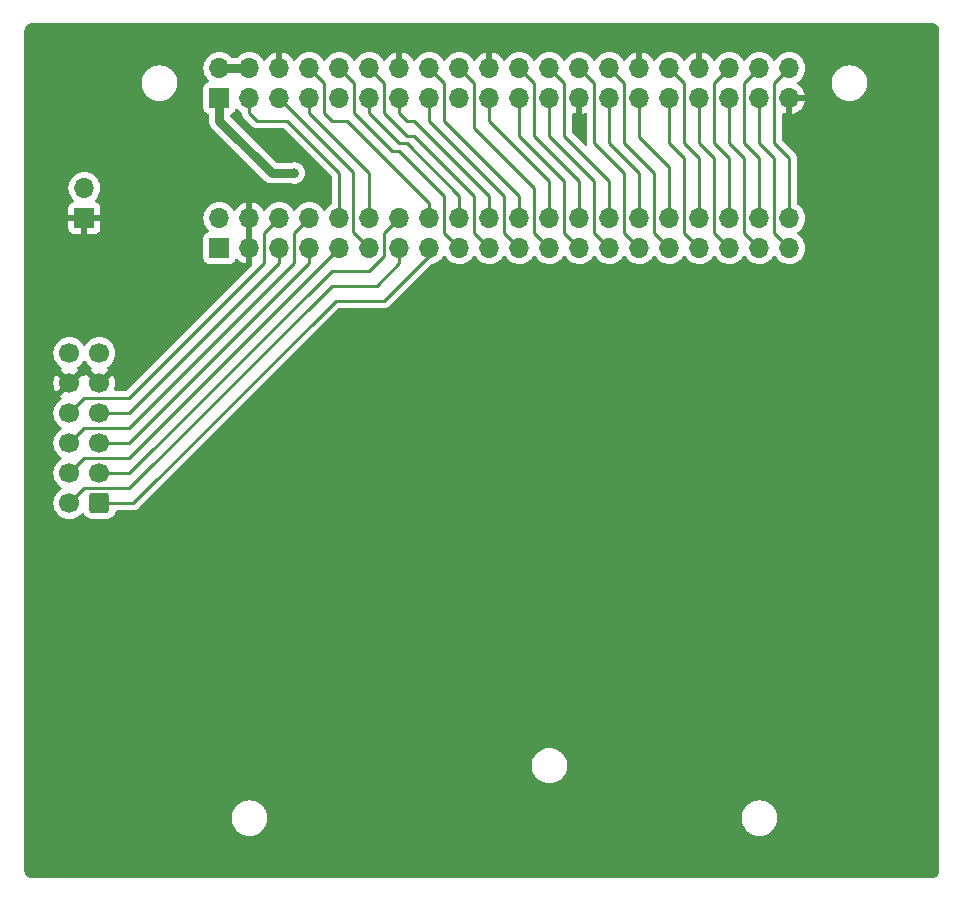
<source format=gbl>
G04 #@! TF.GenerationSoftware,KiCad,Pcbnew,7.0.11-7.0.11~ubuntu20.04.1*
G04 #@! TF.CreationDate,2024-08-17T18:13:06+02:00*
G04 #@! TF.ProjectId,kicad-kria-pi4-ext,6b696361-642d-46b7-9269-612d7069342d,1.0*
G04 #@! TF.SameCoordinates,Original*
G04 #@! TF.FileFunction,Copper,L2,Bot*
G04 #@! TF.FilePolarity,Positive*
%FSLAX46Y46*%
G04 Gerber Fmt 4.6, Leading zero omitted, Abs format (unit mm)*
G04 Created by KiCad (PCBNEW 7.0.11-7.0.11~ubuntu20.04.1) date 2024-08-17 18:13:06*
%MOMM*%
%LPD*%
G01*
G04 APERTURE LIST*
G04 Aperture macros list*
%AMRoundRect*
0 Rectangle with rounded corners*
0 $1 Rounding radius*
0 $2 $3 $4 $5 $6 $7 $8 $9 X,Y pos of 4 corners*
0 Add a 4 corners polygon primitive as box body*
4,1,4,$2,$3,$4,$5,$6,$7,$8,$9,$2,$3,0*
0 Add four circle primitives for the rounded corners*
1,1,$1+$1,$2,$3*
1,1,$1+$1,$4,$5*
1,1,$1+$1,$6,$7*
1,1,$1+$1,$8,$9*
0 Add four rect primitives between the rounded corners*
20,1,$1+$1,$2,$3,$4,$5,0*
20,1,$1+$1,$4,$5,$6,$7,0*
20,1,$1+$1,$6,$7,$8,$9,0*
20,1,$1+$1,$8,$9,$2,$3,0*%
G04 Aperture macros list end*
G04 #@! TA.AperFunction,ComponentPad*
%ADD10R,1.700000X1.700000*%
G04 #@! TD*
G04 #@! TA.AperFunction,ComponentPad*
%ADD11O,1.700000X1.700000*%
G04 #@! TD*
G04 #@! TA.AperFunction,ComponentPad*
%ADD12RoundRect,0.250000X0.600000X0.600000X-0.600000X0.600000X-0.600000X-0.600000X0.600000X-0.600000X0*%
G04 #@! TD*
G04 #@! TA.AperFunction,ComponentPad*
%ADD13C,1.700000*%
G04 #@! TD*
G04 #@! TA.AperFunction,ViaPad*
%ADD14C,0.800000*%
G04 #@! TD*
G04 #@! TA.AperFunction,Conductor*
%ADD15C,0.250000*%
G04 #@! TD*
G04 #@! TA.AperFunction,Conductor*
%ADD16C,0.750000*%
G04 #@! TD*
G04 APERTURE END LIST*
D10*
X90170000Y-60955000D03*
D11*
X90170000Y-58415000D03*
D10*
X101600000Y-63500000D03*
D11*
X101600000Y-60960000D03*
X104140000Y-63500000D03*
X104140000Y-60960000D03*
X106680000Y-63500000D03*
X106680000Y-60960000D03*
X109220000Y-63500000D03*
X109220000Y-60960000D03*
X111760000Y-63500000D03*
X111760000Y-60960000D03*
X114300000Y-63500000D03*
X114300000Y-60960000D03*
X116840000Y-63500000D03*
X116840000Y-60960000D03*
X119380000Y-63500000D03*
X119380000Y-60960000D03*
X121920000Y-63500000D03*
X121920000Y-60960000D03*
X124460000Y-63500000D03*
X124460000Y-60960000D03*
X127000000Y-63500000D03*
X127000000Y-60960000D03*
X129540000Y-63500000D03*
X129540000Y-60960000D03*
X132080000Y-63500000D03*
X132080000Y-60960000D03*
X134620000Y-63500000D03*
X134620000Y-60960000D03*
X137160000Y-63500000D03*
X137160000Y-60960000D03*
X139700000Y-63500000D03*
X139700000Y-60960000D03*
X142240000Y-63500000D03*
X142240000Y-60960000D03*
X144780000Y-63500000D03*
X144780000Y-60960000D03*
X147320000Y-63500000D03*
X147320000Y-60960000D03*
X149860000Y-63500000D03*
X149860000Y-60960000D03*
D12*
X91440000Y-85090000D03*
D13*
X88900000Y-85090000D03*
X91440000Y-82550000D03*
X88900000Y-82550000D03*
X91440000Y-80010000D03*
X88900000Y-80010000D03*
X91440000Y-77470000D03*
X88900000Y-77470000D03*
X91440000Y-74930000D03*
X88900000Y-74930000D03*
X91440000Y-72390000D03*
X88900000Y-72390000D03*
D10*
X101600000Y-50800000D03*
D11*
X101600000Y-48260000D03*
X104140000Y-50800000D03*
X104140000Y-48260000D03*
X106680000Y-50800000D03*
X106680000Y-48260000D03*
X109220000Y-50800000D03*
X109220000Y-48260000D03*
X111760000Y-50800000D03*
X111760000Y-48260000D03*
X114300000Y-50800000D03*
X114300000Y-48260000D03*
X116840000Y-50800000D03*
X116840000Y-48260000D03*
X119380000Y-50800000D03*
X119380000Y-48260000D03*
X121920000Y-50800000D03*
X121920000Y-48260000D03*
X124460000Y-50800000D03*
X124460000Y-48260000D03*
X127000000Y-50800000D03*
X127000000Y-48260000D03*
X129540000Y-50800000D03*
X129540000Y-48260000D03*
X132080000Y-50800000D03*
X132080000Y-48260000D03*
X134620000Y-50800000D03*
X134620000Y-48260000D03*
X137160000Y-50800000D03*
X137160000Y-48260000D03*
X139700000Y-50800000D03*
X139700000Y-48260000D03*
X142240000Y-50800000D03*
X142240000Y-48260000D03*
X144780000Y-50800000D03*
X144780000Y-48260000D03*
X147320000Y-50800000D03*
X147320000Y-48260000D03*
X149860000Y-50800000D03*
X149860000Y-48260000D03*
D14*
X97155000Y-61595000D03*
X107950000Y-57150000D03*
D15*
X119380000Y-63500000D02*
X119380000Y-64135000D01*
X115570000Y-67945000D02*
X111443198Y-67945000D01*
X119380000Y-64135000D02*
X115570000Y-67945000D01*
X111443198Y-67945000D02*
X94298198Y-85090000D01*
X94298198Y-85090000D02*
X91440000Y-85090000D01*
X116840000Y-60960000D02*
X115570000Y-62230000D01*
X115570000Y-62230000D02*
X115570000Y-64135000D01*
X115570000Y-64135000D02*
X114300000Y-65405000D01*
X114300000Y-65405000D02*
X111125000Y-65405000D01*
X111125000Y-65405000D02*
X93980000Y-82550000D01*
X93980000Y-82550000D02*
X91440000Y-82550000D01*
X116840000Y-63500000D02*
X116840000Y-64770000D01*
X90170000Y-83820000D02*
X88900000Y-85090000D01*
X116840000Y-64770000D02*
X114935000Y-66675000D01*
X114935000Y-66675000D02*
X111125000Y-66675000D01*
X111125000Y-66675000D02*
X93980000Y-83820000D01*
X93980000Y-83820000D02*
X90170000Y-83820000D01*
X111760000Y-63500000D02*
X93980000Y-81280000D01*
X93980000Y-81280000D02*
X90170000Y-81280000D01*
X90170000Y-81280000D02*
X88900000Y-82550000D01*
X109220000Y-48260000D02*
X110490000Y-49530000D01*
X110490000Y-49530000D02*
X110490000Y-52070000D01*
X110490000Y-52070000D02*
X111125000Y-52705000D01*
X111125000Y-52705000D02*
X112395000Y-52705000D01*
X112395000Y-52705000D02*
X119380000Y-59690000D01*
X119380000Y-59690000D02*
X119380000Y-60960000D01*
X109855000Y-52705000D02*
X109220000Y-52070000D01*
X114300000Y-60960000D02*
X114300000Y-57150000D01*
X114300000Y-57150000D02*
X109855000Y-52705000D01*
X114300000Y-63500000D02*
X112935000Y-62135000D01*
X112935000Y-62135000D02*
X112935000Y-57055000D01*
X112935000Y-57055000D02*
X106680000Y-50800000D01*
X104140000Y-50800000D02*
X104140000Y-52070000D01*
X104140000Y-52070000D02*
X104775000Y-52705000D01*
X104775000Y-52705000D02*
X107315000Y-52705000D01*
X107315000Y-52705000D02*
X111760000Y-57150000D01*
X111760000Y-57150000D02*
X111760000Y-60960000D01*
D16*
X101600000Y-48260000D02*
X104140000Y-48260000D01*
X106045000Y-57150000D02*
X101600000Y-52705000D01*
X101600000Y-52705000D02*
X101600000Y-50800000D01*
X107950000Y-57150000D02*
X106045000Y-57150000D01*
D15*
X109220000Y-52070000D02*
X109220000Y-50800000D01*
X120650000Y-62230000D02*
X120650000Y-59055000D01*
X113030000Y-52071396D02*
X113030000Y-49530000D01*
X121920000Y-63500000D02*
X120650000Y-62230000D01*
X116203604Y-55245000D02*
X113030000Y-52071396D01*
X120650000Y-59055000D02*
X116840000Y-55245000D01*
X113030000Y-49530000D02*
X111760000Y-48260000D01*
X116840000Y-55245000D02*
X116203604Y-55245000D01*
X114300000Y-50800000D02*
X114300000Y-52070000D01*
X114300000Y-52070000D02*
X116840000Y-54610000D01*
X121920000Y-59055000D02*
X121920000Y-60960000D01*
X116840000Y-54610000D02*
X117475000Y-54610000D01*
X117475000Y-54610000D02*
X121920000Y-59055000D01*
X123190000Y-62230000D02*
X123190000Y-59055000D01*
X123190000Y-59055000D02*
X118110000Y-53975000D01*
X117475000Y-53975000D02*
X115570000Y-52070000D01*
X115570000Y-49530000D02*
X114300000Y-48260000D01*
X118110000Y-53975000D02*
X117475000Y-53975000D01*
X115570000Y-52070000D02*
X115570000Y-49530000D01*
X124460000Y-63500000D02*
X123190000Y-62230000D01*
X117475000Y-52705000D02*
X118110000Y-52705000D01*
X124460000Y-59055000D02*
X124460000Y-60960000D01*
X116840000Y-52070000D02*
X117475000Y-52705000D01*
X118110000Y-52705000D02*
X124460000Y-59055000D01*
X116840000Y-50800000D02*
X116840000Y-52070000D01*
X125730000Y-59055000D02*
X119380000Y-52705000D01*
X127000000Y-63500000D02*
X125730000Y-62230000D01*
X125730000Y-62230000D02*
X125730000Y-59055000D01*
X119380000Y-52705000D02*
X119380000Y-50800000D01*
X127000000Y-59055000D02*
X127000000Y-60960000D01*
X120650000Y-49530000D02*
X120650000Y-52705000D01*
X120650000Y-52705000D02*
X127000000Y-59055000D01*
X119380000Y-48260000D02*
X120650000Y-49530000D01*
X128270000Y-62230000D02*
X129540000Y-63500000D01*
X128270000Y-58420000D02*
X128270000Y-62230000D01*
X123190000Y-49530000D02*
X123190000Y-53340000D01*
X123190000Y-53340000D02*
X128270000Y-58420000D01*
X121920000Y-48260000D02*
X123190000Y-49530000D01*
X129540000Y-57785000D02*
X124460000Y-52705000D01*
X124460000Y-52705000D02*
X124460000Y-50800000D01*
X129540000Y-60960000D02*
X129540000Y-57785000D01*
X132080000Y-63500000D02*
X130810000Y-62230000D01*
X130810000Y-57785000D02*
X127000000Y-53975000D01*
X127000000Y-53975000D02*
X127000000Y-50800000D01*
X130810000Y-62230000D02*
X130810000Y-57785000D01*
X128270000Y-53975000D02*
X132080000Y-57785000D01*
X128270000Y-49530000D02*
X128270000Y-53975000D01*
X132080000Y-57785000D02*
X132080000Y-60960000D01*
X127000000Y-48260000D02*
X128270000Y-49530000D01*
X134620000Y-63500000D02*
X133350000Y-62230000D01*
X129540000Y-53975000D02*
X129540000Y-50800000D01*
X133350000Y-57785000D02*
X129540000Y-53975000D01*
X133350000Y-62230000D02*
X133350000Y-57785000D01*
X129540000Y-48260000D02*
X130810000Y-49530000D01*
X130810000Y-49530000D02*
X130810000Y-53975000D01*
X130810000Y-53975000D02*
X134620000Y-57785000D01*
X134620000Y-57785000D02*
X134620000Y-60960000D01*
X135890000Y-57150000D02*
X133350000Y-54610000D01*
X137160000Y-63500000D02*
X135890000Y-62230000D01*
X133350000Y-49530000D02*
X132080000Y-48260000D01*
X135890000Y-62230000D02*
X135890000Y-57150000D01*
X133350000Y-54610000D02*
X133350000Y-49530000D01*
X137160000Y-57150000D02*
X137160000Y-60960000D01*
X134620000Y-50800000D02*
X134620000Y-54610000D01*
X134620000Y-54610000D02*
X137160000Y-57150000D01*
X138430000Y-62230000D02*
X138430000Y-57150000D01*
X139700000Y-63500000D02*
X138430000Y-62230000D01*
X135890000Y-54610000D02*
X135890000Y-49530000D01*
X138430000Y-57150000D02*
X135890000Y-54610000D01*
X135890000Y-49530000D02*
X134620000Y-48260000D01*
X139700000Y-56642000D02*
X139700000Y-60960000D01*
X137160000Y-50800000D02*
X137160000Y-54102000D01*
X137160000Y-54102000D02*
X139700000Y-56642000D01*
X140970000Y-62230000D02*
X140970000Y-55880000D01*
X139700000Y-54610000D02*
X139700000Y-50800000D01*
X140970000Y-55880000D02*
X139700000Y-54610000D01*
X142240000Y-63500000D02*
X140970000Y-62230000D01*
X140970000Y-54610000D02*
X142240000Y-55880000D01*
X140970000Y-49530000D02*
X140970000Y-54610000D01*
X139700000Y-48260000D02*
X140970000Y-49530000D01*
X142240000Y-55880000D02*
X142240000Y-60960000D01*
X143510000Y-62230000D02*
X143510000Y-55880000D01*
X142240000Y-54610000D02*
X142240000Y-50800000D01*
X144780000Y-63500000D02*
X143510000Y-62230000D01*
X143510000Y-55880000D02*
X142240000Y-54610000D01*
X144780000Y-54610000D02*
X144780000Y-50800000D01*
X146050000Y-55880000D02*
X144780000Y-54610000D01*
X147320000Y-63500000D02*
X146050000Y-62230000D01*
X146050000Y-62230000D02*
X146050000Y-55880000D01*
X143510000Y-49530000D02*
X143510000Y-54610000D01*
X144780000Y-55880000D02*
X144780000Y-60960000D01*
X143510000Y-54610000D02*
X144780000Y-55880000D01*
X144780000Y-48260000D02*
X143510000Y-49530000D01*
X147320000Y-54610000D02*
X147320000Y-50800000D01*
X148590000Y-62230000D02*
X148590000Y-55880000D01*
X149860000Y-63500000D02*
X148590000Y-62230000D01*
X148590000Y-55880000D02*
X147320000Y-54610000D01*
X147320000Y-48260000D02*
X146050000Y-49530000D01*
X147320000Y-55880000D02*
X147320000Y-60960000D01*
X146050000Y-54610000D02*
X147320000Y-55880000D01*
X146050000Y-49530000D02*
X146050000Y-54610000D01*
X149860000Y-55880000D02*
X149860000Y-60960000D01*
X148590000Y-54610000D02*
X149860000Y-55880000D01*
X149860000Y-48260000D02*
X148590000Y-49530000D01*
X148590000Y-49530000D02*
X148590000Y-54610000D01*
X106680000Y-64770000D02*
X93980000Y-77470000D01*
X93980000Y-77470000D02*
X91440000Y-77470000D01*
X106680000Y-63500000D02*
X106680000Y-64770000D01*
X105410000Y-64770000D02*
X93980000Y-76200000D01*
X105410000Y-62230000D02*
X105410000Y-64770000D01*
X106680000Y-60960000D02*
X105410000Y-62230000D01*
X93980000Y-76200000D02*
X90170000Y-76200000D01*
X90170000Y-76200000D02*
X88900000Y-77470000D01*
X109220000Y-64770000D02*
X109220000Y-63500000D01*
X93980000Y-80010000D02*
X109220000Y-64770000D01*
X91440000Y-80010000D02*
X93980000Y-80010000D01*
X90170000Y-78740000D02*
X93980000Y-78740000D01*
X93980000Y-78740000D02*
X107950000Y-64770000D01*
X107950000Y-64770000D02*
X107950000Y-62230000D01*
X107950000Y-62230000D02*
X109220000Y-60960000D01*
X88900000Y-80010000D02*
X90170000Y-78740000D01*
G04 #@! TA.AperFunction,Conductor*
G36*
X90254855Y-73056546D02*
G01*
X90271575Y-73075842D01*
X90401500Y-73261395D01*
X90401505Y-73261401D01*
X90568599Y-73428495D01*
X90754594Y-73558730D01*
X90798218Y-73613307D01*
X90805411Y-73682806D01*
X90773889Y-73745160D01*
X90754593Y-73761880D01*
X90678626Y-73815072D01*
X90678625Y-73815072D01*
X91307466Y-74443913D01*
X91297685Y-74445320D01*
X91166900Y-74505048D01*
X91058239Y-74599202D01*
X90980507Y-74720156D01*
X90956923Y-74800476D01*
X90325072Y-74168625D01*
X90325072Y-74168626D01*
X90271574Y-74245030D01*
X90216998Y-74288655D01*
X90147499Y-74295849D01*
X90085144Y-74264326D01*
X90068424Y-74245030D01*
X90014925Y-74168626D01*
X90014925Y-74168625D01*
X89383076Y-74800475D01*
X89359493Y-74720156D01*
X89281761Y-74599202D01*
X89173100Y-74505048D01*
X89042315Y-74445320D01*
X89032533Y-74443913D01*
X89661373Y-73815073D01*
X89661373Y-73815072D01*
X89585405Y-73761880D01*
X89541780Y-73707304D01*
X89534586Y-73637805D01*
X89566108Y-73575451D01*
X89585399Y-73558734D01*
X89771401Y-73428495D01*
X89938495Y-73261401D01*
X90068425Y-73075842D01*
X90123002Y-73032217D01*
X90192500Y-73025023D01*
X90254855Y-73056546D01*
G37*
G04 #@! TD.AperFunction*
G04 #@! TA.AperFunction,Conductor*
G36*
X104390000Y-63064498D02*
G01*
X104282315Y-63015320D01*
X104175763Y-63000000D01*
X104104237Y-63000000D01*
X103997685Y-63015320D01*
X103890000Y-63064498D01*
X103890000Y-61395501D01*
X103997685Y-61444680D01*
X104104237Y-61460000D01*
X104175763Y-61460000D01*
X104282315Y-61444680D01*
X104390000Y-61395501D01*
X104390000Y-63064498D01*
G37*
G04 #@! TD.AperFunction*
G04 #@! TA.AperFunction,Conductor*
G36*
X132330000Y-52130633D02*
G01*
X132543483Y-52073433D01*
X132543486Y-52073432D01*
X132548086Y-52071287D01*
X132617163Y-52060790D01*
X132680949Y-52089304D01*
X132719193Y-52147778D01*
X132724500Y-52183665D01*
X132724500Y-54527255D01*
X132722775Y-54542872D01*
X132723061Y-54542899D01*
X132722326Y-54550665D01*
X132724439Y-54617872D01*
X132724500Y-54621767D01*
X132724500Y-54649357D01*
X132725003Y-54653335D01*
X132725918Y-54664967D01*
X132727157Y-54704368D01*
X132709589Y-54771993D01*
X132658249Y-54819385D01*
X132589437Y-54831497D01*
X132525001Y-54804484D01*
X132515537Y-54795946D01*
X131471819Y-53752228D01*
X131438334Y-53690905D01*
X131435500Y-53664547D01*
X131435500Y-52183665D01*
X131455185Y-52116626D01*
X131507989Y-52070871D01*
X131577147Y-52060927D01*
X131611914Y-52071287D01*
X131616513Y-52073432D01*
X131616516Y-52073433D01*
X131830000Y-52130634D01*
X131830000Y-51235501D01*
X131937685Y-51284680D01*
X132044237Y-51300000D01*
X132115763Y-51300000D01*
X132222315Y-51284680D01*
X132330000Y-51235501D01*
X132330000Y-52130633D01*
G37*
G04 #@! TD.AperFunction*
G04 #@! TA.AperFunction,Conductor*
G36*
X161931912Y-44451278D02*
G01*
X161950299Y-44453350D01*
X161952404Y-44453607D01*
X162063499Y-44468233D01*
X162088249Y-44474126D01*
X162130803Y-44489017D01*
X162137255Y-44491480D01*
X162210533Y-44521833D01*
X162229028Y-44531387D01*
X162271975Y-44558372D01*
X162281481Y-44564985D01*
X162340274Y-44610098D01*
X162352469Y-44620793D01*
X162389205Y-44657529D01*
X162399900Y-44669724D01*
X162445013Y-44728517D01*
X162451630Y-44738029D01*
X162478607Y-44780962D01*
X162488172Y-44799478D01*
X162518510Y-44872722D01*
X162520990Y-44879219D01*
X162535869Y-44921740D01*
X162541767Y-44946510D01*
X162556381Y-45057517D01*
X162556661Y-45059801D01*
X162558720Y-45078085D01*
X162559500Y-45091959D01*
X162559500Y-116198039D01*
X162558721Y-116211915D01*
X162557239Y-116225065D01*
X162556662Y-116230186D01*
X162556381Y-116232481D01*
X162541767Y-116343488D01*
X162535869Y-116368258D01*
X162520990Y-116410779D01*
X162518510Y-116417276D01*
X162488172Y-116490520D01*
X162478604Y-116509042D01*
X162451630Y-116551969D01*
X162445013Y-116561481D01*
X162399900Y-116620274D01*
X162389205Y-116632469D01*
X162352469Y-116669205D01*
X162340274Y-116679900D01*
X162281481Y-116725013D01*
X162271969Y-116731630D01*
X162229042Y-116758604D01*
X162210520Y-116768172D01*
X162137276Y-116798510D01*
X162130779Y-116800990D01*
X162088258Y-116815869D01*
X162063488Y-116821767D01*
X161952481Y-116836381D01*
X161950187Y-116836662D01*
X161947503Y-116836964D01*
X161931914Y-116838720D01*
X161918040Y-116839500D01*
X85731960Y-116839500D01*
X85718083Y-116838720D01*
X85703203Y-116837044D01*
X85699813Y-116836662D01*
X85697517Y-116836381D01*
X85586510Y-116821767D01*
X85561740Y-116815869D01*
X85519219Y-116800990D01*
X85512722Y-116798510D01*
X85462748Y-116777810D01*
X85439475Y-116768170D01*
X85420962Y-116758607D01*
X85378029Y-116731630D01*
X85368517Y-116725013D01*
X85309724Y-116679900D01*
X85297529Y-116669205D01*
X85260793Y-116632469D01*
X85250098Y-116620274D01*
X85204985Y-116561481D01*
X85198368Y-116551969D01*
X85171387Y-116509028D01*
X85161833Y-116490533D01*
X85131480Y-116417255D01*
X85129017Y-116410803D01*
X85114126Y-116368249D01*
X85108233Y-116343499D01*
X85093607Y-116232404D01*
X85093350Y-116230299D01*
X85091278Y-116211912D01*
X85090500Y-116198037D01*
X85090500Y-111884334D01*
X102639500Y-111884334D01*
X102680429Y-112129616D01*
X102761169Y-112364802D01*
X102761172Y-112364811D01*
X102879524Y-112583506D01*
X102879526Y-112583509D01*
X103032262Y-112779744D01*
X103191744Y-112926557D01*
X103215217Y-112948166D01*
X103423393Y-113084173D01*
X103651118Y-113184063D01*
X103892175Y-113245107D01*
X103892179Y-113245108D01*
X103892181Y-113245108D01*
X103892186Y-113245109D01*
X104045589Y-113257819D01*
X104077933Y-113260500D01*
X104077937Y-113260500D01*
X104202063Y-113260500D01*
X104202067Y-113260500D01*
X104264677Y-113255311D01*
X104387813Y-113245109D01*
X104387816Y-113245108D01*
X104387821Y-113245108D01*
X104628881Y-113184063D01*
X104856607Y-113084173D01*
X105064785Y-112948164D01*
X105247738Y-112779744D01*
X105400474Y-112583509D01*
X105518828Y-112364810D01*
X105599571Y-112129614D01*
X105640500Y-111884335D01*
X105640500Y-111884334D01*
X145819500Y-111884334D01*
X145860429Y-112129616D01*
X145941169Y-112364802D01*
X145941172Y-112364811D01*
X146059524Y-112583506D01*
X146059526Y-112583509D01*
X146212262Y-112779744D01*
X146371744Y-112926557D01*
X146395217Y-112948166D01*
X146603393Y-113084173D01*
X146831118Y-113184063D01*
X147072175Y-113245107D01*
X147072179Y-113245108D01*
X147072181Y-113245108D01*
X147072186Y-113245109D01*
X147225589Y-113257819D01*
X147257933Y-113260500D01*
X147257937Y-113260500D01*
X147382063Y-113260500D01*
X147382067Y-113260500D01*
X147444677Y-113255311D01*
X147567813Y-113245109D01*
X147567816Y-113245108D01*
X147567821Y-113245108D01*
X147808881Y-113184063D01*
X148036607Y-113084173D01*
X148244785Y-112948164D01*
X148427738Y-112779744D01*
X148580474Y-112583509D01*
X148698828Y-112364810D01*
X148779571Y-112129614D01*
X148820500Y-111884335D01*
X148820500Y-111635665D01*
X148779571Y-111390386D01*
X148698828Y-111155190D01*
X148580474Y-110936491D01*
X148427738Y-110740256D01*
X148244785Y-110571836D01*
X148244782Y-110571833D01*
X148036606Y-110435826D01*
X147808881Y-110335936D01*
X147567824Y-110274892D01*
X147567813Y-110274890D01*
X147382077Y-110259500D01*
X147382067Y-110259500D01*
X147257933Y-110259500D01*
X147257922Y-110259500D01*
X147072186Y-110274890D01*
X147072175Y-110274892D01*
X146831118Y-110335936D01*
X146603393Y-110435826D01*
X146395217Y-110571833D01*
X146212261Y-110740257D01*
X146059524Y-110936493D01*
X145941172Y-111155188D01*
X145941169Y-111155197D01*
X145860429Y-111390383D01*
X145819500Y-111635665D01*
X145819500Y-111884334D01*
X105640500Y-111884334D01*
X105640500Y-111635665D01*
X105599571Y-111390386D01*
X105518828Y-111155190D01*
X105400474Y-110936491D01*
X105247738Y-110740256D01*
X105064785Y-110571836D01*
X105064782Y-110571833D01*
X104856606Y-110435826D01*
X104628881Y-110335936D01*
X104387824Y-110274892D01*
X104387813Y-110274890D01*
X104202077Y-110259500D01*
X104202067Y-110259500D01*
X104077933Y-110259500D01*
X104077922Y-110259500D01*
X103892186Y-110274890D01*
X103892175Y-110274892D01*
X103651118Y-110335936D01*
X103423393Y-110435826D01*
X103215217Y-110571833D01*
X103032261Y-110740257D01*
X102879524Y-110936493D01*
X102761172Y-111155188D01*
X102761169Y-111155197D01*
X102680429Y-111390383D01*
X102639500Y-111635665D01*
X102639500Y-111884334D01*
X85090500Y-111884334D01*
X85090500Y-107439334D01*
X128039500Y-107439334D01*
X128080429Y-107684616D01*
X128161169Y-107919802D01*
X128161172Y-107919811D01*
X128279524Y-108138506D01*
X128279526Y-108138509D01*
X128432262Y-108334744D01*
X128591744Y-108481557D01*
X128615217Y-108503166D01*
X128823393Y-108639173D01*
X129051118Y-108739063D01*
X129292175Y-108800107D01*
X129292179Y-108800108D01*
X129292181Y-108800108D01*
X129292186Y-108800109D01*
X129445589Y-108812819D01*
X129477933Y-108815500D01*
X129477937Y-108815500D01*
X129602063Y-108815500D01*
X129602067Y-108815500D01*
X129664677Y-108810311D01*
X129787813Y-108800109D01*
X129787816Y-108800108D01*
X129787821Y-108800108D01*
X130028881Y-108739063D01*
X130256607Y-108639173D01*
X130464785Y-108503164D01*
X130647738Y-108334744D01*
X130800474Y-108138509D01*
X130918828Y-107919810D01*
X130999571Y-107684614D01*
X131040500Y-107439335D01*
X131040500Y-107190665D01*
X130999571Y-106945386D01*
X130918828Y-106710190D01*
X130800474Y-106491491D01*
X130647738Y-106295256D01*
X130464785Y-106126836D01*
X130464782Y-106126833D01*
X130256606Y-105990826D01*
X130028881Y-105890936D01*
X129787824Y-105829892D01*
X129787813Y-105829890D01*
X129602077Y-105814500D01*
X129602067Y-105814500D01*
X129477933Y-105814500D01*
X129477922Y-105814500D01*
X129292186Y-105829890D01*
X129292175Y-105829892D01*
X129051118Y-105890936D01*
X128823393Y-105990826D01*
X128615217Y-106126833D01*
X128432261Y-106295257D01*
X128279524Y-106491493D01*
X128161172Y-106710188D01*
X128161169Y-106710197D01*
X128080429Y-106945383D01*
X128039500Y-107190665D01*
X128039500Y-107439334D01*
X85090500Y-107439334D01*
X85090500Y-85090000D01*
X87544341Y-85090000D01*
X87564936Y-85325403D01*
X87564938Y-85325413D01*
X87626094Y-85553655D01*
X87626096Y-85553659D01*
X87626097Y-85553663D01*
X87702234Y-85716939D01*
X87725965Y-85767830D01*
X87725967Y-85767834D01*
X87832670Y-85920220D01*
X87861505Y-85961401D01*
X88028599Y-86128495D01*
X88071675Y-86158657D01*
X88222165Y-86264032D01*
X88222167Y-86264033D01*
X88222170Y-86264035D01*
X88436337Y-86363903D01*
X88664592Y-86425063D01*
X88841034Y-86440500D01*
X88899999Y-86445659D01*
X88900000Y-86445659D01*
X88900001Y-86445659D01*
X88958966Y-86440500D01*
X89135408Y-86425063D01*
X89363663Y-86363903D01*
X89577830Y-86264035D01*
X89771401Y-86128495D01*
X89938495Y-85961401D01*
X89938504Y-85961388D01*
X89939636Y-85960040D01*
X89940293Y-85959602D01*
X89942323Y-85957573D01*
X89942730Y-85957980D01*
X89997805Y-85921334D01*
X90067666Y-85920220D01*
X90127038Y-85957053D01*
X90152335Y-86000733D01*
X90155186Y-86009334D01*
X90247288Y-86158656D01*
X90371344Y-86282712D01*
X90520666Y-86374814D01*
X90687203Y-86429999D01*
X90789991Y-86440500D01*
X92090008Y-86440499D01*
X92192797Y-86429999D01*
X92359334Y-86374814D01*
X92508656Y-86282712D01*
X92632712Y-86158656D01*
X92724814Y-86009334D01*
X92779999Y-85842797D01*
X92781623Y-85826898D01*
X92808018Y-85762207D01*
X92865198Y-85722055D01*
X92904981Y-85715500D01*
X94215455Y-85715500D01*
X94231075Y-85717224D01*
X94231102Y-85716939D01*
X94238858Y-85717671D01*
X94238865Y-85717673D01*
X94306071Y-85715561D01*
X94309966Y-85715500D01*
X94337544Y-85715500D01*
X94337548Y-85715500D01*
X94341522Y-85714997D01*
X94353161Y-85714080D01*
X94396825Y-85712709D01*
X94416067Y-85707117D01*
X94435110Y-85703174D01*
X94454990Y-85700664D01*
X94495599Y-85684585D01*
X94506642Y-85680803D01*
X94548588Y-85668618D01*
X94565827Y-85658422D01*
X94583301Y-85649862D01*
X94601925Y-85642488D01*
X94601925Y-85642487D01*
X94601930Y-85642486D01*
X94637281Y-85616800D01*
X94647012Y-85610408D01*
X94684618Y-85588170D01*
X94698787Y-85573999D01*
X94713577Y-85561368D01*
X94729785Y-85549594D01*
X94757636Y-85515926D01*
X94765477Y-85507309D01*
X111665969Y-68606819D01*
X111727292Y-68573334D01*
X111753650Y-68570500D01*
X115487257Y-68570500D01*
X115502877Y-68572224D01*
X115502904Y-68571939D01*
X115510660Y-68572671D01*
X115510667Y-68572673D01*
X115577873Y-68570561D01*
X115581768Y-68570500D01*
X115609346Y-68570500D01*
X115609350Y-68570500D01*
X115613324Y-68569997D01*
X115624963Y-68569080D01*
X115668627Y-68567709D01*
X115687869Y-68562117D01*
X115706912Y-68558174D01*
X115726792Y-68555664D01*
X115767401Y-68539585D01*
X115778444Y-68535803D01*
X115820390Y-68523618D01*
X115837629Y-68513422D01*
X115855103Y-68504862D01*
X115873727Y-68497488D01*
X115873727Y-68497487D01*
X115873732Y-68497486D01*
X115909083Y-68471800D01*
X115918814Y-68465408D01*
X115956420Y-68443170D01*
X115970589Y-68428999D01*
X115985379Y-68416368D01*
X116001587Y-68404594D01*
X116029438Y-68370926D01*
X116037279Y-68362309D01*
X119527736Y-64871852D01*
X119589057Y-64838369D01*
X119604591Y-64836009D01*
X119615408Y-64835063D01*
X119843663Y-64773903D01*
X120057830Y-64674035D01*
X120251401Y-64538495D01*
X120418495Y-64371401D01*
X120548426Y-64185841D01*
X120603002Y-64142217D01*
X120672500Y-64135023D01*
X120734855Y-64166546D01*
X120751575Y-64185842D01*
X120881500Y-64371395D01*
X120881505Y-64371401D01*
X121048599Y-64538495D01*
X121145384Y-64606265D01*
X121242165Y-64674032D01*
X121242167Y-64674033D01*
X121242170Y-64674035D01*
X121456337Y-64773903D01*
X121456343Y-64773904D01*
X121456344Y-64773905D01*
X121511285Y-64788626D01*
X121684592Y-64835063D01*
X121861034Y-64850500D01*
X121919999Y-64855659D01*
X121920000Y-64855659D01*
X121920001Y-64855659D01*
X121959234Y-64852226D01*
X122155408Y-64835063D01*
X122383663Y-64773903D01*
X122597830Y-64674035D01*
X122791401Y-64538495D01*
X122958495Y-64371401D01*
X123088426Y-64185841D01*
X123143002Y-64142217D01*
X123212500Y-64135023D01*
X123274855Y-64166546D01*
X123291575Y-64185842D01*
X123421500Y-64371395D01*
X123421505Y-64371401D01*
X123588599Y-64538495D01*
X123685384Y-64606265D01*
X123782165Y-64674032D01*
X123782167Y-64674033D01*
X123782170Y-64674035D01*
X123996337Y-64773903D01*
X123996343Y-64773904D01*
X123996344Y-64773905D01*
X124051285Y-64788626D01*
X124224592Y-64835063D01*
X124401034Y-64850500D01*
X124459999Y-64855659D01*
X124460000Y-64855659D01*
X124460001Y-64855659D01*
X124499234Y-64852226D01*
X124695408Y-64835063D01*
X124923663Y-64773903D01*
X125137830Y-64674035D01*
X125331401Y-64538495D01*
X125498495Y-64371401D01*
X125628426Y-64185841D01*
X125683002Y-64142217D01*
X125752500Y-64135023D01*
X125814855Y-64166546D01*
X125831575Y-64185842D01*
X125961500Y-64371395D01*
X125961505Y-64371401D01*
X126128599Y-64538495D01*
X126225384Y-64606265D01*
X126322165Y-64674032D01*
X126322167Y-64674033D01*
X126322170Y-64674035D01*
X126536337Y-64773903D01*
X126536343Y-64773904D01*
X126536344Y-64773905D01*
X126591285Y-64788626D01*
X126764592Y-64835063D01*
X126941034Y-64850500D01*
X126999999Y-64855659D01*
X127000000Y-64855659D01*
X127000001Y-64855659D01*
X127039234Y-64852226D01*
X127235408Y-64835063D01*
X127463663Y-64773903D01*
X127677830Y-64674035D01*
X127871401Y-64538495D01*
X128038495Y-64371401D01*
X128168426Y-64185841D01*
X128223002Y-64142217D01*
X128292500Y-64135023D01*
X128354855Y-64166546D01*
X128371575Y-64185842D01*
X128501500Y-64371395D01*
X128501505Y-64371401D01*
X128668599Y-64538495D01*
X128765384Y-64606265D01*
X128862165Y-64674032D01*
X128862167Y-64674033D01*
X128862170Y-64674035D01*
X129076337Y-64773903D01*
X129076343Y-64773904D01*
X129076344Y-64773905D01*
X129131285Y-64788626D01*
X129304592Y-64835063D01*
X129481034Y-64850500D01*
X129539999Y-64855659D01*
X129540000Y-64855659D01*
X129540001Y-64855659D01*
X129579234Y-64852226D01*
X129775408Y-64835063D01*
X130003663Y-64773903D01*
X130217830Y-64674035D01*
X130411401Y-64538495D01*
X130578495Y-64371401D01*
X130708426Y-64185841D01*
X130763002Y-64142217D01*
X130832500Y-64135023D01*
X130894855Y-64166546D01*
X130911575Y-64185842D01*
X131041500Y-64371395D01*
X131041505Y-64371401D01*
X131208599Y-64538495D01*
X131305384Y-64606265D01*
X131402165Y-64674032D01*
X131402167Y-64674033D01*
X131402170Y-64674035D01*
X131616337Y-64773903D01*
X131616343Y-64773904D01*
X131616344Y-64773905D01*
X131671285Y-64788626D01*
X131844592Y-64835063D01*
X132021034Y-64850500D01*
X132079999Y-64855659D01*
X132080000Y-64855659D01*
X132080001Y-64855659D01*
X132119234Y-64852226D01*
X132315408Y-64835063D01*
X132543663Y-64773903D01*
X132757830Y-64674035D01*
X132951401Y-64538495D01*
X133118495Y-64371401D01*
X133248426Y-64185841D01*
X133303002Y-64142217D01*
X133372500Y-64135023D01*
X133434855Y-64166546D01*
X133451575Y-64185842D01*
X133581500Y-64371395D01*
X133581505Y-64371401D01*
X133748599Y-64538495D01*
X133845384Y-64606265D01*
X133942165Y-64674032D01*
X133942167Y-64674033D01*
X133942170Y-64674035D01*
X134156337Y-64773903D01*
X134156343Y-64773904D01*
X134156344Y-64773905D01*
X134211285Y-64788626D01*
X134384592Y-64835063D01*
X134561034Y-64850500D01*
X134619999Y-64855659D01*
X134620000Y-64855659D01*
X134620001Y-64855659D01*
X134659234Y-64852226D01*
X134855408Y-64835063D01*
X135083663Y-64773903D01*
X135297830Y-64674035D01*
X135491401Y-64538495D01*
X135658495Y-64371401D01*
X135788426Y-64185841D01*
X135843002Y-64142217D01*
X135912500Y-64135023D01*
X135974855Y-64166546D01*
X135991575Y-64185842D01*
X136121500Y-64371395D01*
X136121505Y-64371401D01*
X136288599Y-64538495D01*
X136385384Y-64606265D01*
X136482165Y-64674032D01*
X136482167Y-64674033D01*
X136482170Y-64674035D01*
X136696337Y-64773903D01*
X136696343Y-64773904D01*
X136696344Y-64773905D01*
X136751285Y-64788626D01*
X136924592Y-64835063D01*
X137101034Y-64850500D01*
X137159999Y-64855659D01*
X137160000Y-64855659D01*
X137160001Y-64855659D01*
X137199234Y-64852226D01*
X137395408Y-64835063D01*
X137623663Y-64773903D01*
X137837830Y-64674035D01*
X138031401Y-64538495D01*
X138198495Y-64371401D01*
X138328426Y-64185841D01*
X138383002Y-64142217D01*
X138452500Y-64135023D01*
X138514855Y-64166546D01*
X138531575Y-64185842D01*
X138661500Y-64371395D01*
X138661505Y-64371401D01*
X138828599Y-64538495D01*
X138925384Y-64606265D01*
X139022165Y-64674032D01*
X139022167Y-64674033D01*
X139022170Y-64674035D01*
X139236337Y-64773903D01*
X139236343Y-64773904D01*
X139236344Y-64773905D01*
X139291285Y-64788626D01*
X139464592Y-64835063D01*
X139641034Y-64850500D01*
X139699999Y-64855659D01*
X139700000Y-64855659D01*
X139700001Y-64855659D01*
X139739234Y-64852226D01*
X139935408Y-64835063D01*
X140163663Y-64773903D01*
X140377830Y-64674035D01*
X140571401Y-64538495D01*
X140738495Y-64371401D01*
X140868426Y-64185841D01*
X140923002Y-64142217D01*
X140992500Y-64135023D01*
X141054855Y-64166546D01*
X141071575Y-64185842D01*
X141201500Y-64371395D01*
X141201505Y-64371401D01*
X141368599Y-64538495D01*
X141465384Y-64606265D01*
X141562165Y-64674032D01*
X141562167Y-64674033D01*
X141562170Y-64674035D01*
X141776337Y-64773903D01*
X141776343Y-64773904D01*
X141776344Y-64773905D01*
X141831285Y-64788626D01*
X142004592Y-64835063D01*
X142181034Y-64850500D01*
X142239999Y-64855659D01*
X142240000Y-64855659D01*
X142240001Y-64855659D01*
X142279234Y-64852226D01*
X142475408Y-64835063D01*
X142703663Y-64773903D01*
X142917830Y-64674035D01*
X143111401Y-64538495D01*
X143278495Y-64371401D01*
X143408426Y-64185841D01*
X143463002Y-64142217D01*
X143532500Y-64135023D01*
X143594855Y-64166546D01*
X143611575Y-64185842D01*
X143741500Y-64371395D01*
X143741505Y-64371401D01*
X143908599Y-64538495D01*
X144005384Y-64606265D01*
X144102165Y-64674032D01*
X144102167Y-64674033D01*
X144102170Y-64674035D01*
X144316337Y-64773903D01*
X144316343Y-64773904D01*
X144316344Y-64773905D01*
X144371285Y-64788626D01*
X144544592Y-64835063D01*
X144721034Y-64850500D01*
X144779999Y-64855659D01*
X144780000Y-64855659D01*
X144780001Y-64855659D01*
X144819234Y-64852226D01*
X145015408Y-64835063D01*
X145243663Y-64773903D01*
X145457830Y-64674035D01*
X145651401Y-64538495D01*
X145818495Y-64371401D01*
X145948426Y-64185841D01*
X146003002Y-64142217D01*
X146072500Y-64135023D01*
X146134855Y-64166546D01*
X146151575Y-64185842D01*
X146281500Y-64371395D01*
X146281505Y-64371401D01*
X146448599Y-64538495D01*
X146545384Y-64606265D01*
X146642165Y-64674032D01*
X146642167Y-64674033D01*
X146642170Y-64674035D01*
X146856337Y-64773903D01*
X146856343Y-64773904D01*
X146856344Y-64773905D01*
X146911285Y-64788626D01*
X147084592Y-64835063D01*
X147261034Y-64850500D01*
X147319999Y-64855659D01*
X147320000Y-64855659D01*
X147320001Y-64855659D01*
X147359234Y-64852226D01*
X147555408Y-64835063D01*
X147783663Y-64773903D01*
X147997830Y-64674035D01*
X148191401Y-64538495D01*
X148358495Y-64371401D01*
X148488426Y-64185841D01*
X148543002Y-64142217D01*
X148612500Y-64135023D01*
X148674855Y-64166546D01*
X148691575Y-64185842D01*
X148821500Y-64371395D01*
X148821505Y-64371401D01*
X148988599Y-64538495D01*
X149085384Y-64606265D01*
X149182165Y-64674032D01*
X149182167Y-64674033D01*
X149182170Y-64674035D01*
X149396337Y-64773903D01*
X149396343Y-64773904D01*
X149396344Y-64773905D01*
X149451285Y-64788626D01*
X149624592Y-64835063D01*
X149801034Y-64850500D01*
X149859999Y-64855659D01*
X149860000Y-64855659D01*
X149860001Y-64855659D01*
X149899234Y-64852226D01*
X150095408Y-64835063D01*
X150323663Y-64773903D01*
X150537830Y-64674035D01*
X150731401Y-64538495D01*
X150898495Y-64371401D01*
X151034035Y-64177830D01*
X151133903Y-63963663D01*
X151195063Y-63735408D01*
X151215659Y-63500000D01*
X151195063Y-63264592D01*
X151133903Y-63036337D01*
X151034035Y-62822171D01*
X151028425Y-62814158D01*
X150898494Y-62628597D01*
X150731402Y-62461506D01*
X150731396Y-62461501D01*
X150545842Y-62331575D01*
X150502217Y-62276998D01*
X150495023Y-62207500D01*
X150526546Y-62145145D01*
X150545842Y-62128425D01*
X150662006Y-62047086D01*
X150731401Y-61998495D01*
X150898495Y-61831401D01*
X151034035Y-61637830D01*
X151133903Y-61423663D01*
X151195063Y-61195408D01*
X151215659Y-60960000D01*
X151195063Y-60724592D01*
X151133903Y-60496337D01*
X151034035Y-60282171D01*
X151028731Y-60274595D01*
X150898494Y-60088597D01*
X150731402Y-59921506D01*
X150731401Y-59921505D01*
X150598093Y-59828161D01*
X150538376Y-59786347D01*
X150494751Y-59731770D01*
X150485500Y-59684772D01*
X150485500Y-55962737D01*
X150487224Y-55947123D01*
X150486938Y-55947096D01*
X150487672Y-55939333D01*
X150485561Y-55872144D01*
X150485500Y-55868250D01*
X150485500Y-55840651D01*
X150485500Y-55840650D01*
X150484997Y-55836670D01*
X150484080Y-55825021D01*
X150482709Y-55781373D01*
X150477122Y-55762144D01*
X150473174Y-55743084D01*
X150470664Y-55723208D01*
X150454585Y-55682597D01*
X150450804Y-55671552D01*
X150438619Y-55629612D01*
X150428418Y-55612363D01*
X150419860Y-55594894D01*
X150412486Y-55576268D01*
X150412483Y-55576264D01*
X150412483Y-55576263D01*
X150386816Y-55540935D01*
X150380403Y-55531172D01*
X150358172Y-55493583D01*
X150358170Y-55493579D01*
X150358166Y-55493575D01*
X150358163Y-55493571D01*
X150344005Y-55479413D01*
X150331370Y-55464620D01*
X150319593Y-55448412D01*
X150285945Y-55420576D01*
X150277304Y-55412713D01*
X149251819Y-54387228D01*
X149218334Y-54325905D01*
X149215500Y-54299547D01*
X149215500Y-52183665D01*
X149235185Y-52116626D01*
X149287989Y-52070871D01*
X149357147Y-52060927D01*
X149391914Y-52071287D01*
X149396513Y-52073432D01*
X149396516Y-52073433D01*
X149610000Y-52130634D01*
X149610000Y-51235501D01*
X149717685Y-51284680D01*
X149824237Y-51300000D01*
X149895763Y-51300000D01*
X150002315Y-51284680D01*
X150110000Y-51235501D01*
X150110000Y-52130633D01*
X150323483Y-52073433D01*
X150323492Y-52073429D01*
X150537578Y-51973600D01*
X150731082Y-51838105D01*
X150898105Y-51671082D01*
X151033600Y-51477578D01*
X151133429Y-51263492D01*
X151133432Y-51263486D01*
X151190636Y-51050000D01*
X150293686Y-51050000D01*
X150319493Y-51009844D01*
X150360000Y-50871889D01*
X150360000Y-50728111D01*
X150319493Y-50590156D01*
X150293686Y-50550000D01*
X151190636Y-50550000D01*
X151190635Y-50549999D01*
X151133432Y-50336513D01*
X151133429Y-50336507D01*
X151033600Y-50122422D01*
X151033599Y-50122420D01*
X150898113Y-49928926D01*
X150898108Y-49928920D01*
X150731078Y-49761890D01*
X150577474Y-49654334D01*
X153439500Y-49654334D01*
X153480429Y-49899616D01*
X153561169Y-50134802D01*
X153561172Y-50134811D01*
X153650568Y-50300000D01*
X153679526Y-50353509D01*
X153832262Y-50549744D01*
X153967240Y-50674000D01*
X154015217Y-50718166D01*
X154223393Y-50854173D01*
X154451118Y-50954063D01*
X154671392Y-51009844D01*
X154692179Y-51015108D01*
X154692181Y-51015108D01*
X154692186Y-51015109D01*
X154845589Y-51027819D01*
X154877933Y-51030500D01*
X154877937Y-51030500D01*
X155002063Y-51030500D01*
X155002067Y-51030500D01*
X155064677Y-51025311D01*
X155187813Y-51015109D01*
X155187816Y-51015108D01*
X155187821Y-51015108D01*
X155428881Y-50954063D01*
X155656607Y-50854173D01*
X155864785Y-50718164D01*
X156047738Y-50549744D01*
X156200474Y-50353509D01*
X156318828Y-50134810D01*
X156399571Y-49899614D01*
X156440500Y-49654335D01*
X156440500Y-49405665D01*
X156399571Y-49160386D01*
X156397785Y-49155185D01*
X156386568Y-49122511D01*
X156318828Y-48925190D01*
X156302266Y-48894587D01*
X156221141Y-48744680D01*
X156200474Y-48706491D01*
X156047738Y-48510256D01*
X155864785Y-48341836D01*
X155864782Y-48341833D01*
X155656606Y-48205826D01*
X155428881Y-48105936D01*
X155187824Y-48044892D01*
X155187813Y-48044890D01*
X155002077Y-48029500D01*
X155002067Y-48029500D01*
X154877933Y-48029500D01*
X154877922Y-48029500D01*
X154692186Y-48044890D01*
X154692175Y-48044892D01*
X154451118Y-48105936D01*
X154223393Y-48205826D01*
X154015217Y-48341833D01*
X153832261Y-48510257D01*
X153679524Y-48706493D01*
X153561172Y-48925188D01*
X153561169Y-48925197D01*
X153480429Y-49160383D01*
X153439500Y-49405665D01*
X153439500Y-49654334D01*
X150577474Y-49654334D01*
X150545405Y-49631879D01*
X150501780Y-49577302D01*
X150494588Y-49507804D01*
X150526110Y-49445449D01*
X150545406Y-49428730D01*
X150546279Y-49428119D01*
X150731401Y-49298495D01*
X150898495Y-49131401D01*
X151034035Y-48937830D01*
X151133903Y-48723663D01*
X151195063Y-48495408D01*
X151215659Y-48260000D01*
X151195063Y-48024592D01*
X151133903Y-47796337D01*
X151034035Y-47582171D01*
X151028731Y-47574595D01*
X150898494Y-47388597D01*
X150731402Y-47221506D01*
X150731395Y-47221501D01*
X150537834Y-47085967D01*
X150537830Y-47085965D01*
X150537828Y-47085964D01*
X150323663Y-46986097D01*
X150323659Y-46986096D01*
X150323655Y-46986094D01*
X150095413Y-46924938D01*
X150095403Y-46924936D01*
X149860001Y-46904341D01*
X149859999Y-46904341D01*
X149624596Y-46924936D01*
X149624586Y-46924938D01*
X149396344Y-46986094D01*
X149396335Y-46986098D01*
X149182171Y-47085964D01*
X149182169Y-47085965D01*
X148988597Y-47221505D01*
X148821505Y-47388597D01*
X148691575Y-47574158D01*
X148636998Y-47617783D01*
X148567500Y-47624977D01*
X148505145Y-47593454D01*
X148488425Y-47574158D01*
X148358494Y-47388597D01*
X148191402Y-47221506D01*
X148191395Y-47221501D01*
X147997834Y-47085967D01*
X147997830Y-47085965D01*
X147997828Y-47085964D01*
X147783663Y-46986097D01*
X147783659Y-46986096D01*
X147783655Y-46986094D01*
X147555413Y-46924938D01*
X147555403Y-46924936D01*
X147320001Y-46904341D01*
X147319999Y-46904341D01*
X147084596Y-46924936D01*
X147084586Y-46924938D01*
X146856344Y-46986094D01*
X146856335Y-46986098D01*
X146642171Y-47085964D01*
X146642169Y-47085965D01*
X146448597Y-47221505D01*
X146281505Y-47388597D01*
X146151575Y-47574158D01*
X146096998Y-47617783D01*
X146027500Y-47624977D01*
X145965145Y-47593454D01*
X145948425Y-47574158D01*
X145818494Y-47388597D01*
X145651402Y-47221506D01*
X145651395Y-47221501D01*
X145457834Y-47085967D01*
X145457830Y-47085965D01*
X145457828Y-47085964D01*
X145243663Y-46986097D01*
X145243659Y-46986096D01*
X145243655Y-46986094D01*
X145015413Y-46924938D01*
X145015403Y-46924936D01*
X144780001Y-46904341D01*
X144779999Y-46904341D01*
X144544596Y-46924936D01*
X144544586Y-46924938D01*
X144316344Y-46986094D01*
X144316335Y-46986098D01*
X144102171Y-47085964D01*
X144102169Y-47085965D01*
X143908597Y-47221505D01*
X143741508Y-47388594D01*
X143611269Y-47574595D01*
X143556692Y-47618219D01*
X143487193Y-47625412D01*
X143424839Y-47593890D01*
X143408119Y-47574594D01*
X143278113Y-47388926D01*
X143278108Y-47388920D01*
X143111082Y-47221894D01*
X142917578Y-47086399D01*
X142703492Y-46986570D01*
X142703486Y-46986567D01*
X142490000Y-46929364D01*
X142490000Y-47824498D01*
X142382315Y-47775320D01*
X142275763Y-47760000D01*
X142204237Y-47760000D01*
X142097685Y-47775320D01*
X141990000Y-47824498D01*
X141990000Y-46929364D01*
X141989999Y-46929364D01*
X141776513Y-46986567D01*
X141776507Y-46986570D01*
X141562422Y-47086399D01*
X141562420Y-47086400D01*
X141368926Y-47221886D01*
X141368920Y-47221891D01*
X141201891Y-47388920D01*
X141201890Y-47388922D01*
X141071880Y-47574595D01*
X141017303Y-47618219D01*
X140947804Y-47625412D01*
X140885450Y-47593890D01*
X140868730Y-47574594D01*
X140738494Y-47388597D01*
X140571402Y-47221506D01*
X140571395Y-47221501D01*
X140377834Y-47085967D01*
X140377830Y-47085965D01*
X140377828Y-47085964D01*
X140163663Y-46986097D01*
X140163659Y-46986096D01*
X140163655Y-46986094D01*
X139935413Y-46924938D01*
X139935403Y-46924936D01*
X139700001Y-46904341D01*
X139699999Y-46904341D01*
X139464596Y-46924936D01*
X139464586Y-46924938D01*
X139236344Y-46986094D01*
X139236335Y-46986098D01*
X139022171Y-47085964D01*
X139022169Y-47085965D01*
X138828597Y-47221505D01*
X138661508Y-47388594D01*
X138531269Y-47574595D01*
X138476692Y-47618219D01*
X138407193Y-47625412D01*
X138344839Y-47593890D01*
X138328119Y-47574594D01*
X138198113Y-47388926D01*
X138198108Y-47388920D01*
X138031082Y-47221894D01*
X137837578Y-47086399D01*
X137623492Y-46986570D01*
X137623486Y-46986567D01*
X137410000Y-46929364D01*
X137410000Y-47824498D01*
X137302315Y-47775320D01*
X137195763Y-47760000D01*
X137124237Y-47760000D01*
X137017685Y-47775320D01*
X136910000Y-47824498D01*
X136910000Y-46929364D01*
X136909999Y-46929364D01*
X136696513Y-46986567D01*
X136696507Y-46986570D01*
X136482422Y-47086399D01*
X136482420Y-47086400D01*
X136288926Y-47221886D01*
X136288920Y-47221891D01*
X136121891Y-47388920D01*
X136121890Y-47388922D01*
X135991880Y-47574595D01*
X135937303Y-47618219D01*
X135867804Y-47625412D01*
X135805450Y-47593890D01*
X135788730Y-47574594D01*
X135658494Y-47388597D01*
X135491402Y-47221506D01*
X135491395Y-47221501D01*
X135297834Y-47085967D01*
X135297830Y-47085965D01*
X135297828Y-47085964D01*
X135083663Y-46986097D01*
X135083659Y-46986096D01*
X135083655Y-46986094D01*
X134855413Y-46924938D01*
X134855403Y-46924936D01*
X134620001Y-46904341D01*
X134619999Y-46904341D01*
X134384596Y-46924936D01*
X134384586Y-46924938D01*
X134156344Y-46986094D01*
X134156335Y-46986098D01*
X133942171Y-47085964D01*
X133942169Y-47085965D01*
X133748597Y-47221505D01*
X133581505Y-47388597D01*
X133451575Y-47574158D01*
X133396998Y-47617783D01*
X133327500Y-47624977D01*
X133265145Y-47593454D01*
X133248425Y-47574158D01*
X133118494Y-47388597D01*
X132951402Y-47221506D01*
X132951395Y-47221501D01*
X132757834Y-47085967D01*
X132757830Y-47085965D01*
X132757828Y-47085964D01*
X132543663Y-46986097D01*
X132543659Y-46986096D01*
X132543655Y-46986094D01*
X132315413Y-46924938D01*
X132315403Y-46924936D01*
X132080001Y-46904341D01*
X132079999Y-46904341D01*
X131844596Y-46924936D01*
X131844586Y-46924938D01*
X131616344Y-46986094D01*
X131616335Y-46986098D01*
X131402171Y-47085964D01*
X131402169Y-47085965D01*
X131208597Y-47221505D01*
X131041505Y-47388597D01*
X130911575Y-47574158D01*
X130856998Y-47617783D01*
X130787500Y-47624977D01*
X130725145Y-47593454D01*
X130708425Y-47574158D01*
X130578494Y-47388597D01*
X130411402Y-47221506D01*
X130411395Y-47221501D01*
X130217834Y-47085967D01*
X130217830Y-47085965D01*
X130217828Y-47085964D01*
X130003663Y-46986097D01*
X130003659Y-46986096D01*
X130003655Y-46986094D01*
X129775413Y-46924938D01*
X129775403Y-46924936D01*
X129540001Y-46904341D01*
X129539999Y-46904341D01*
X129304596Y-46924936D01*
X129304586Y-46924938D01*
X129076344Y-46986094D01*
X129076335Y-46986098D01*
X128862171Y-47085964D01*
X128862169Y-47085965D01*
X128668597Y-47221505D01*
X128501505Y-47388597D01*
X128371575Y-47574158D01*
X128316998Y-47617783D01*
X128247500Y-47624977D01*
X128185145Y-47593454D01*
X128168425Y-47574158D01*
X128038494Y-47388597D01*
X127871402Y-47221506D01*
X127871395Y-47221501D01*
X127677834Y-47085967D01*
X127677830Y-47085965D01*
X127677828Y-47085964D01*
X127463663Y-46986097D01*
X127463659Y-46986096D01*
X127463655Y-46986094D01*
X127235413Y-46924938D01*
X127235403Y-46924936D01*
X127000001Y-46904341D01*
X126999999Y-46904341D01*
X126764596Y-46924936D01*
X126764586Y-46924938D01*
X126536344Y-46986094D01*
X126536335Y-46986098D01*
X126322171Y-47085964D01*
X126322169Y-47085965D01*
X126128597Y-47221505D01*
X125961508Y-47388594D01*
X125831269Y-47574595D01*
X125776692Y-47618219D01*
X125707193Y-47625412D01*
X125644839Y-47593890D01*
X125628119Y-47574594D01*
X125498113Y-47388926D01*
X125498108Y-47388920D01*
X125331082Y-47221894D01*
X125137578Y-47086399D01*
X124923492Y-46986570D01*
X124923486Y-46986567D01*
X124710000Y-46929364D01*
X124710000Y-47824498D01*
X124602315Y-47775320D01*
X124495763Y-47760000D01*
X124424237Y-47760000D01*
X124317685Y-47775320D01*
X124210000Y-47824498D01*
X124210000Y-46929364D01*
X124209999Y-46929364D01*
X123996513Y-46986567D01*
X123996507Y-46986570D01*
X123782422Y-47086399D01*
X123782420Y-47086400D01*
X123588926Y-47221886D01*
X123588920Y-47221891D01*
X123421891Y-47388920D01*
X123421890Y-47388922D01*
X123291880Y-47574595D01*
X123237303Y-47618219D01*
X123167804Y-47625412D01*
X123105450Y-47593890D01*
X123088730Y-47574594D01*
X122958494Y-47388597D01*
X122791402Y-47221506D01*
X122791395Y-47221501D01*
X122597834Y-47085967D01*
X122597830Y-47085965D01*
X122597828Y-47085964D01*
X122383663Y-46986097D01*
X122383659Y-46986096D01*
X122383655Y-46986094D01*
X122155413Y-46924938D01*
X122155403Y-46924936D01*
X121920001Y-46904341D01*
X121919999Y-46904341D01*
X121684596Y-46924936D01*
X121684586Y-46924938D01*
X121456344Y-46986094D01*
X121456335Y-46986098D01*
X121242171Y-47085964D01*
X121242169Y-47085965D01*
X121048597Y-47221505D01*
X120881505Y-47388597D01*
X120751575Y-47574158D01*
X120696998Y-47617783D01*
X120627500Y-47624977D01*
X120565145Y-47593454D01*
X120548425Y-47574158D01*
X120418494Y-47388597D01*
X120251402Y-47221506D01*
X120251395Y-47221501D01*
X120057834Y-47085967D01*
X120057830Y-47085965D01*
X120057828Y-47085964D01*
X119843663Y-46986097D01*
X119843659Y-46986096D01*
X119843655Y-46986094D01*
X119615413Y-46924938D01*
X119615403Y-46924936D01*
X119380001Y-46904341D01*
X119379999Y-46904341D01*
X119144596Y-46924936D01*
X119144586Y-46924938D01*
X118916344Y-46986094D01*
X118916335Y-46986098D01*
X118702171Y-47085964D01*
X118702169Y-47085965D01*
X118508597Y-47221505D01*
X118341508Y-47388594D01*
X118211269Y-47574595D01*
X118156692Y-47618219D01*
X118087193Y-47625412D01*
X118024839Y-47593890D01*
X118008119Y-47574594D01*
X117878113Y-47388926D01*
X117878108Y-47388920D01*
X117711082Y-47221894D01*
X117517578Y-47086399D01*
X117303492Y-46986570D01*
X117303486Y-46986567D01*
X117090000Y-46929364D01*
X117090000Y-47824498D01*
X116982315Y-47775320D01*
X116875763Y-47760000D01*
X116804237Y-47760000D01*
X116697685Y-47775320D01*
X116590000Y-47824498D01*
X116590000Y-46929364D01*
X116589999Y-46929364D01*
X116376513Y-46986567D01*
X116376507Y-46986570D01*
X116162422Y-47086399D01*
X116162420Y-47086400D01*
X115968926Y-47221886D01*
X115968920Y-47221891D01*
X115801891Y-47388920D01*
X115801890Y-47388922D01*
X115671880Y-47574595D01*
X115617303Y-47618219D01*
X115547804Y-47625412D01*
X115485450Y-47593890D01*
X115468730Y-47574594D01*
X115338494Y-47388597D01*
X115171402Y-47221506D01*
X115171395Y-47221501D01*
X114977834Y-47085967D01*
X114977830Y-47085965D01*
X114977828Y-47085964D01*
X114763663Y-46986097D01*
X114763659Y-46986096D01*
X114763655Y-46986094D01*
X114535413Y-46924938D01*
X114535403Y-46924936D01*
X114300001Y-46904341D01*
X114299999Y-46904341D01*
X114064596Y-46924936D01*
X114064586Y-46924938D01*
X113836344Y-46986094D01*
X113836335Y-46986098D01*
X113622171Y-47085964D01*
X113622169Y-47085965D01*
X113428597Y-47221505D01*
X113261505Y-47388597D01*
X113131575Y-47574158D01*
X113076998Y-47617783D01*
X113007500Y-47624977D01*
X112945145Y-47593454D01*
X112928425Y-47574158D01*
X112798494Y-47388597D01*
X112631402Y-47221506D01*
X112631395Y-47221501D01*
X112437834Y-47085967D01*
X112437830Y-47085965D01*
X112437828Y-47085964D01*
X112223663Y-46986097D01*
X112223659Y-46986096D01*
X112223655Y-46986094D01*
X111995413Y-46924938D01*
X111995403Y-46924936D01*
X111760001Y-46904341D01*
X111759999Y-46904341D01*
X111524596Y-46924936D01*
X111524586Y-46924938D01*
X111296344Y-46986094D01*
X111296335Y-46986098D01*
X111082171Y-47085964D01*
X111082169Y-47085965D01*
X110888597Y-47221505D01*
X110721505Y-47388597D01*
X110591575Y-47574158D01*
X110536998Y-47617783D01*
X110467500Y-47624977D01*
X110405145Y-47593454D01*
X110388425Y-47574158D01*
X110258494Y-47388597D01*
X110091402Y-47221506D01*
X110091395Y-47221501D01*
X109897834Y-47085967D01*
X109897830Y-47085965D01*
X109897828Y-47085964D01*
X109683663Y-46986097D01*
X109683659Y-46986096D01*
X109683655Y-46986094D01*
X109455413Y-46924938D01*
X109455403Y-46924936D01*
X109220001Y-46904341D01*
X109219999Y-46904341D01*
X108984596Y-46924936D01*
X108984586Y-46924938D01*
X108756344Y-46986094D01*
X108756335Y-46986098D01*
X108542171Y-47085964D01*
X108542169Y-47085965D01*
X108348597Y-47221505D01*
X108181508Y-47388594D01*
X108051269Y-47574595D01*
X107996692Y-47618219D01*
X107927193Y-47625412D01*
X107864839Y-47593890D01*
X107848119Y-47574594D01*
X107718113Y-47388926D01*
X107718108Y-47388920D01*
X107551082Y-47221894D01*
X107357578Y-47086399D01*
X107143492Y-46986570D01*
X107143486Y-46986567D01*
X106930000Y-46929364D01*
X106930000Y-47824498D01*
X106822315Y-47775320D01*
X106715763Y-47760000D01*
X106644237Y-47760000D01*
X106537685Y-47775320D01*
X106430000Y-47824498D01*
X106430000Y-46929364D01*
X106429999Y-46929364D01*
X106216513Y-46986567D01*
X106216507Y-46986570D01*
X106002422Y-47086399D01*
X106002420Y-47086400D01*
X105808926Y-47221886D01*
X105808920Y-47221891D01*
X105641891Y-47388920D01*
X105641890Y-47388922D01*
X105511880Y-47574595D01*
X105457303Y-47618219D01*
X105387804Y-47625412D01*
X105325450Y-47593890D01*
X105308730Y-47574594D01*
X105178494Y-47388597D01*
X105011402Y-47221506D01*
X105011395Y-47221501D01*
X104817834Y-47085967D01*
X104817830Y-47085965D01*
X104817828Y-47085964D01*
X104603663Y-46986097D01*
X104603659Y-46986096D01*
X104603655Y-46986094D01*
X104375413Y-46924938D01*
X104375403Y-46924936D01*
X104140001Y-46904341D01*
X104139999Y-46904341D01*
X103904596Y-46924936D01*
X103904586Y-46924938D01*
X103676344Y-46986094D01*
X103676335Y-46986098D01*
X103462171Y-47085964D01*
X103462169Y-47085965D01*
X103268600Y-47221503D01*
X103205262Y-47284842D01*
X103141921Y-47348182D01*
X103080601Y-47381666D01*
X103054242Y-47384500D01*
X102685758Y-47384500D01*
X102618719Y-47364815D01*
X102598077Y-47348181D01*
X102471402Y-47221506D01*
X102471395Y-47221501D01*
X102277834Y-47085967D01*
X102277830Y-47085965D01*
X102277828Y-47085964D01*
X102063663Y-46986097D01*
X102063659Y-46986096D01*
X102063655Y-46986094D01*
X101835413Y-46924938D01*
X101835403Y-46924936D01*
X101600001Y-46904341D01*
X101599999Y-46904341D01*
X101364596Y-46924936D01*
X101364586Y-46924938D01*
X101136344Y-46986094D01*
X101136335Y-46986098D01*
X100922171Y-47085964D01*
X100922169Y-47085965D01*
X100728597Y-47221505D01*
X100561505Y-47388597D01*
X100425965Y-47582169D01*
X100425964Y-47582171D01*
X100326098Y-47796335D01*
X100326094Y-47796344D01*
X100264938Y-48024586D01*
X100264936Y-48024596D01*
X100244341Y-48259999D01*
X100244341Y-48260000D01*
X100264936Y-48495403D01*
X100264938Y-48495413D01*
X100326094Y-48723655D01*
X100326096Y-48723659D01*
X100326097Y-48723663D01*
X100405801Y-48894588D01*
X100425965Y-48937830D01*
X100425967Y-48937834D01*
X100534281Y-49092521D01*
X100561504Y-49131400D01*
X100561506Y-49131402D01*
X100683430Y-49253326D01*
X100716915Y-49314649D01*
X100711931Y-49384341D01*
X100670059Y-49440274D01*
X100639083Y-49457189D01*
X100507669Y-49506203D01*
X100507664Y-49506206D01*
X100392455Y-49592452D01*
X100392452Y-49592455D01*
X100306206Y-49707664D01*
X100306202Y-49707671D01*
X100255908Y-49842517D01*
X100249501Y-49902116D01*
X100249500Y-49902135D01*
X100249500Y-51697870D01*
X100249501Y-51697876D01*
X100255908Y-51757483D01*
X100306202Y-51892328D01*
X100306206Y-51892335D01*
X100392452Y-52007544D01*
X100392455Y-52007547D01*
X100507664Y-52093793D01*
X100507671Y-52093797D01*
X100643833Y-52144582D01*
X100699767Y-52186453D01*
X100724184Y-52251917D01*
X100724500Y-52260764D01*
X100724500Y-52664378D01*
X100724091Y-52674442D01*
X100719660Y-52728845D01*
X100730688Y-52809790D01*
X100731096Y-52813120D01*
X100739927Y-52894316D01*
X100739929Y-52894327D01*
X100739990Y-52894506D01*
X100745340Y-52917331D01*
X100745366Y-52917525D01*
X100745369Y-52917537D01*
X100773540Y-52994219D01*
X100774655Y-52997385D01*
X100800731Y-53074776D01*
X100800734Y-53074782D01*
X100800832Y-53074945D01*
X100810969Y-53096099D01*
X100811036Y-53096283D01*
X100811040Y-53096290D01*
X100855046Y-53165139D01*
X100856809Y-53167981D01*
X100885138Y-53215064D01*
X100898912Y-53237955D01*
X100899042Y-53238092D01*
X100913492Y-53256575D01*
X100913600Y-53256744D01*
X100971395Y-53314539D01*
X100973702Y-53316910D01*
X101029866Y-53376203D01*
X101029868Y-53376204D01*
X101029871Y-53376207D01*
X101030028Y-53376314D01*
X101048121Y-53391265D01*
X105397199Y-57740343D01*
X105404026Y-57747749D01*
X105439361Y-57789350D01*
X105439368Y-57789355D01*
X105439369Y-57789357D01*
X105504428Y-57838813D01*
X105507012Y-57840832D01*
X105523460Y-57854054D01*
X105570702Y-57892030D01*
X105570872Y-57892114D01*
X105590814Y-57904483D01*
X105590971Y-57904602D01*
X105665143Y-57938917D01*
X105668120Y-57940344D01*
X105741307Y-57976641D01*
X105741483Y-57976684D01*
X105763626Y-57984480D01*
X105763803Y-57984562D01*
X105763806Y-57984563D01*
X105817112Y-57996296D01*
X105843573Y-58002120D01*
X105846822Y-58002881D01*
X105926110Y-58022600D01*
X105926283Y-58022604D01*
X105949602Y-58025460D01*
X105949784Y-58025500D01*
X106031462Y-58025500D01*
X106034820Y-58025545D01*
X106116473Y-58027757D01*
X106116655Y-58027721D01*
X106140023Y-58025500D01*
X107724706Y-58025500D01*
X107750486Y-58028209D01*
X107855354Y-58050500D01*
X107855355Y-58050500D01*
X108044644Y-58050500D01*
X108044646Y-58050500D01*
X108229803Y-58011144D01*
X108402730Y-57934151D01*
X108555871Y-57822888D01*
X108682533Y-57682216D01*
X108777179Y-57518284D01*
X108835674Y-57338256D01*
X108855460Y-57150000D01*
X108835674Y-56961744D01*
X108777179Y-56781716D01*
X108682533Y-56617784D01*
X108555871Y-56477112D01*
X108555870Y-56477111D01*
X108402734Y-56365851D01*
X108402729Y-56365848D01*
X108229807Y-56288857D01*
X108229802Y-56288855D01*
X108084001Y-56257865D01*
X108044646Y-56249500D01*
X107855354Y-56249500D01*
X107750487Y-56271790D01*
X107724706Y-56274500D01*
X106459006Y-56274500D01*
X106391967Y-56254815D01*
X106371325Y-56238181D01*
X102511819Y-52378675D01*
X102478334Y-52317352D01*
X102475500Y-52290994D01*
X102475500Y-52260764D01*
X102495185Y-52193725D01*
X102547989Y-52147970D01*
X102556167Y-52144582D01*
X102650610Y-52109357D01*
X102692331Y-52093796D01*
X102807546Y-52007546D01*
X102893796Y-51892331D01*
X102942810Y-51760916D01*
X102984681Y-51704984D01*
X103050145Y-51680566D01*
X103118418Y-51695417D01*
X103146673Y-51716569D01*
X103268599Y-51838495D01*
X103458658Y-51971576D01*
X103461412Y-51973504D01*
X103505037Y-52028081D01*
X103514227Y-52071169D01*
X103514438Y-52077857D01*
X103514500Y-52081767D01*
X103514500Y-52109357D01*
X103515003Y-52113335D01*
X103515918Y-52124967D01*
X103517290Y-52168624D01*
X103517291Y-52168627D01*
X103522880Y-52187867D01*
X103526824Y-52206911D01*
X103529088Y-52224830D01*
X103529336Y-52226792D01*
X103545414Y-52267403D01*
X103549197Y-52278452D01*
X103561381Y-52320388D01*
X103571580Y-52337634D01*
X103580138Y-52355103D01*
X103587514Y-52373732D01*
X103613181Y-52409060D01*
X103619593Y-52418821D01*
X103641828Y-52456417D01*
X103641833Y-52456424D01*
X103655990Y-52470580D01*
X103668628Y-52485376D01*
X103680405Y-52501586D01*
X103680406Y-52501587D01*
X103714057Y-52529425D01*
X103722698Y-52537288D01*
X104274194Y-53088784D01*
X104284019Y-53101048D01*
X104284240Y-53100866D01*
X104289210Y-53106874D01*
X104338239Y-53152915D01*
X104341036Y-53155626D01*
X104360530Y-53175120D01*
X104363695Y-53177575D01*
X104372571Y-53185156D01*
X104404418Y-53215062D01*
X104404422Y-53215064D01*
X104421973Y-53224713D01*
X104438231Y-53235392D01*
X104454064Y-53247674D01*
X104476206Y-53257255D01*
X104494155Y-53265022D01*
X104504635Y-53270155D01*
X104542908Y-53291197D01*
X104562312Y-53296179D01*
X104580710Y-53302478D01*
X104599105Y-53310438D01*
X104642254Y-53317271D01*
X104653680Y-53319638D01*
X104695981Y-53330500D01*
X104716016Y-53330500D01*
X104735413Y-53332026D01*
X104755196Y-53335160D01*
X104798675Y-53331050D01*
X104810344Y-53330500D01*
X107004548Y-53330500D01*
X107071587Y-53350185D01*
X107092229Y-53366819D01*
X111098181Y-57372771D01*
X111131666Y-57434094D01*
X111134500Y-57460452D01*
X111134500Y-59684773D01*
X111114815Y-59751812D01*
X111081623Y-59786348D01*
X110888597Y-59921505D01*
X110721505Y-60088597D01*
X110591575Y-60274158D01*
X110536998Y-60317783D01*
X110467500Y-60324977D01*
X110405145Y-60293454D01*
X110388425Y-60274158D01*
X110258494Y-60088597D01*
X110091402Y-59921506D01*
X110091395Y-59921501D01*
X109897834Y-59785967D01*
X109897830Y-59785965D01*
X109840119Y-59759054D01*
X109683663Y-59686097D01*
X109683659Y-59686096D01*
X109683655Y-59686094D01*
X109455413Y-59624938D01*
X109455403Y-59624936D01*
X109220001Y-59604341D01*
X109219999Y-59604341D01*
X108984596Y-59624936D01*
X108984586Y-59624938D01*
X108756344Y-59686094D01*
X108756335Y-59686098D01*
X108542171Y-59785964D01*
X108542169Y-59785965D01*
X108348597Y-59921505D01*
X108181505Y-60088597D01*
X108051575Y-60274158D01*
X107996998Y-60317783D01*
X107927500Y-60324977D01*
X107865145Y-60293454D01*
X107848425Y-60274158D01*
X107718494Y-60088597D01*
X107551402Y-59921506D01*
X107551395Y-59921501D01*
X107357834Y-59785967D01*
X107357830Y-59785965D01*
X107300119Y-59759054D01*
X107143663Y-59686097D01*
X107143659Y-59686096D01*
X107143655Y-59686094D01*
X106915413Y-59624938D01*
X106915403Y-59624936D01*
X106680001Y-59604341D01*
X106679999Y-59604341D01*
X106444596Y-59624936D01*
X106444586Y-59624938D01*
X106216344Y-59686094D01*
X106216335Y-59686098D01*
X106002171Y-59785964D01*
X106002169Y-59785965D01*
X105808597Y-59921505D01*
X105641508Y-60088594D01*
X105511269Y-60274595D01*
X105456692Y-60318219D01*
X105387193Y-60325412D01*
X105324839Y-60293890D01*
X105308119Y-60274594D01*
X105178113Y-60088926D01*
X105178108Y-60088920D01*
X105011082Y-59921894D01*
X104817578Y-59786399D01*
X104603492Y-59686570D01*
X104603486Y-59686567D01*
X104390000Y-59629364D01*
X104390000Y-60524498D01*
X104282315Y-60475320D01*
X104175763Y-60460000D01*
X104104237Y-60460000D01*
X103997685Y-60475320D01*
X103890000Y-60524498D01*
X103890000Y-59629364D01*
X103889999Y-59629364D01*
X103676513Y-59686567D01*
X103676507Y-59686570D01*
X103462422Y-59786399D01*
X103462420Y-59786400D01*
X103268926Y-59921886D01*
X103268920Y-59921891D01*
X103101891Y-60088920D01*
X103101890Y-60088922D01*
X102971880Y-60274595D01*
X102917303Y-60318219D01*
X102847804Y-60325412D01*
X102785450Y-60293890D01*
X102768730Y-60274594D01*
X102638494Y-60088597D01*
X102471402Y-59921506D01*
X102471395Y-59921501D01*
X102277834Y-59785967D01*
X102277830Y-59785965D01*
X102220119Y-59759054D01*
X102063663Y-59686097D01*
X102063659Y-59686096D01*
X102063655Y-59686094D01*
X101835413Y-59624938D01*
X101835403Y-59624936D01*
X101600001Y-59604341D01*
X101599999Y-59604341D01*
X101364596Y-59624936D01*
X101364586Y-59624938D01*
X101136344Y-59686094D01*
X101136335Y-59686098D01*
X100922171Y-59785964D01*
X100922169Y-59785965D01*
X100728597Y-59921505D01*
X100561505Y-60088597D01*
X100425965Y-60282169D01*
X100425964Y-60282171D01*
X100326098Y-60496335D01*
X100326094Y-60496344D01*
X100264938Y-60724586D01*
X100264936Y-60724596D01*
X100244341Y-60959999D01*
X100244341Y-60960000D01*
X100264936Y-61195403D01*
X100264938Y-61195413D01*
X100326094Y-61423655D01*
X100326096Y-61423659D01*
X100326097Y-61423663D01*
X100406004Y-61595023D01*
X100425965Y-61637830D01*
X100425967Y-61637834D01*
X100500456Y-61744214D01*
X100561501Y-61831396D01*
X100561506Y-61831402D01*
X100683430Y-61953326D01*
X100716915Y-62014649D01*
X100711931Y-62084341D01*
X100670059Y-62140274D01*
X100639083Y-62157189D01*
X100507669Y-62206203D01*
X100507664Y-62206206D01*
X100392455Y-62292452D01*
X100392452Y-62292455D01*
X100306206Y-62407664D01*
X100306202Y-62407671D01*
X100255908Y-62542517D01*
X100249501Y-62602116D01*
X100249500Y-62602135D01*
X100249500Y-64397870D01*
X100249501Y-64397876D01*
X100255908Y-64457483D01*
X100306202Y-64592328D01*
X100306206Y-64592335D01*
X100392452Y-64707544D01*
X100392455Y-64707547D01*
X100507664Y-64793793D01*
X100507671Y-64793797D01*
X100642517Y-64844091D01*
X100642516Y-64844091D01*
X100649444Y-64844835D01*
X100702127Y-64850500D01*
X102497872Y-64850499D01*
X102557483Y-64844091D01*
X102692331Y-64793796D01*
X102807546Y-64707546D01*
X102893796Y-64592331D01*
X102908121Y-64553925D01*
X102913874Y-64538498D01*
X102943002Y-64460401D01*
X102984872Y-64404468D01*
X103050337Y-64380050D01*
X103118610Y-64394901D01*
X103146865Y-64416053D01*
X103268917Y-64538105D01*
X103462421Y-64673600D01*
X103676507Y-64773429D01*
X103676516Y-64773433D01*
X103890000Y-64830634D01*
X103890000Y-63935501D01*
X103997685Y-63984680D01*
X104104237Y-64000000D01*
X104175763Y-64000000D01*
X104282315Y-63984680D01*
X104390000Y-63935501D01*
X104390000Y-64854046D01*
X104370315Y-64921085D01*
X104353681Y-64941727D01*
X93757228Y-75538181D01*
X93695905Y-75571666D01*
X93669547Y-75574500D01*
X92823666Y-75574500D01*
X92756627Y-75554815D01*
X92710872Y-75502011D01*
X92700928Y-75432853D01*
X92711284Y-75398096D01*
X92713428Y-75393497D01*
X92713433Y-75393483D01*
X92774567Y-75165326D01*
X92774569Y-75165315D01*
X92795157Y-74930001D01*
X92795157Y-74929998D01*
X92774569Y-74694684D01*
X92774567Y-74694673D01*
X92713433Y-74466516D01*
X92713429Y-74466507D01*
X92613600Y-74252423D01*
X92613599Y-74252421D01*
X92554925Y-74168626D01*
X92554925Y-74168625D01*
X91923076Y-74800474D01*
X91899493Y-74720156D01*
X91821761Y-74599202D01*
X91713100Y-74505048D01*
X91582315Y-74445320D01*
X91572533Y-74443913D01*
X92201373Y-73815073D01*
X92201373Y-73815072D01*
X92125405Y-73761880D01*
X92081780Y-73707304D01*
X92074586Y-73637805D01*
X92106108Y-73575451D01*
X92125399Y-73558734D01*
X92311401Y-73428495D01*
X92478495Y-73261401D01*
X92614035Y-73067830D01*
X92713903Y-72853663D01*
X92775063Y-72625408D01*
X92795659Y-72390000D01*
X92775063Y-72154592D01*
X92713903Y-71926337D01*
X92614035Y-71712171D01*
X92608425Y-71704158D01*
X92478494Y-71518597D01*
X92311402Y-71351506D01*
X92311395Y-71351501D01*
X92117834Y-71215967D01*
X92117830Y-71215965D01*
X92117828Y-71215964D01*
X91903663Y-71116097D01*
X91903659Y-71116096D01*
X91903655Y-71116094D01*
X91675413Y-71054938D01*
X91675403Y-71054936D01*
X91440001Y-71034341D01*
X91439999Y-71034341D01*
X91204596Y-71054936D01*
X91204586Y-71054938D01*
X90976344Y-71116094D01*
X90976335Y-71116098D01*
X90762171Y-71215964D01*
X90762169Y-71215965D01*
X90568597Y-71351505D01*
X90401505Y-71518597D01*
X90271575Y-71704158D01*
X90216998Y-71747783D01*
X90147500Y-71754977D01*
X90085145Y-71723454D01*
X90068425Y-71704158D01*
X89938494Y-71518597D01*
X89771402Y-71351506D01*
X89771395Y-71351501D01*
X89577834Y-71215967D01*
X89577830Y-71215965D01*
X89577828Y-71215964D01*
X89363663Y-71116097D01*
X89363659Y-71116096D01*
X89363655Y-71116094D01*
X89135413Y-71054938D01*
X89135403Y-71054936D01*
X88900001Y-71034341D01*
X88899999Y-71034341D01*
X88664596Y-71054936D01*
X88664586Y-71054938D01*
X88436344Y-71116094D01*
X88436335Y-71116098D01*
X88222171Y-71215964D01*
X88222169Y-71215965D01*
X88028597Y-71351505D01*
X87861505Y-71518597D01*
X87725965Y-71712169D01*
X87725964Y-71712171D01*
X87626098Y-71926335D01*
X87626094Y-71926344D01*
X87564938Y-72154586D01*
X87564936Y-72154596D01*
X87544341Y-72389999D01*
X87544341Y-72390000D01*
X87564936Y-72625403D01*
X87564938Y-72625413D01*
X87626094Y-72853655D01*
X87626096Y-72853659D01*
X87626097Y-72853663D01*
X87630000Y-72862032D01*
X87725965Y-73067830D01*
X87725967Y-73067834D01*
X87834281Y-73222521D01*
X87861505Y-73261401D01*
X88028599Y-73428495D01*
X88214594Y-73558730D01*
X88258218Y-73613307D01*
X88265411Y-73682806D01*
X88233889Y-73745160D01*
X88214593Y-73761880D01*
X88138626Y-73815072D01*
X88138625Y-73815072D01*
X88767466Y-74443913D01*
X88757685Y-74445320D01*
X88626900Y-74505048D01*
X88518239Y-74599202D01*
X88440507Y-74720156D01*
X88416923Y-74800476D01*
X87785072Y-74168625D01*
X87726401Y-74252419D01*
X87626570Y-74466507D01*
X87626566Y-74466516D01*
X87565432Y-74694673D01*
X87565430Y-74694684D01*
X87544843Y-74929998D01*
X87544843Y-74930001D01*
X87565430Y-75165315D01*
X87565432Y-75165326D01*
X87626566Y-75393483D01*
X87626570Y-75393492D01*
X87726400Y-75607579D01*
X87726402Y-75607583D01*
X87785072Y-75691373D01*
X87785073Y-75691373D01*
X88416923Y-75059523D01*
X88440507Y-75139844D01*
X88518239Y-75260798D01*
X88626900Y-75354952D01*
X88757685Y-75414680D01*
X88767466Y-75416086D01*
X88138625Y-76044925D01*
X88214594Y-76098119D01*
X88258219Y-76152696D01*
X88265413Y-76222194D01*
X88233890Y-76284549D01*
X88214595Y-76301269D01*
X88028594Y-76431508D01*
X87861505Y-76598597D01*
X87725965Y-76792169D01*
X87725964Y-76792171D01*
X87626098Y-77006335D01*
X87626094Y-77006344D01*
X87564938Y-77234586D01*
X87564936Y-77234596D01*
X87544341Y-77469999D01*
X87544341Y-77470000D01*
X87564936Y-77705403D01*
X87564938Y-77705413D01*
X87626094Y-77933655D01*
X87626096Y-77933659D01*
X87626097Y-77933663D01*
X87630000Y-77942032D01*
X87725965Y-78147830D01*
X87725967Y-78147834D01*
X87861501Y-78341395D01*
X87861506Y-78341402D01*
X88028597Y-78508493D01*
X88028603Y-78508498D01*
X88214158Y-78638425D01*
X88257783Y-78693002D01*
X88264977Y-78762500D01*
X88233454Y-78824855D01*
X88214158Y-78841575D01*
X88028597Y-78971505D01*
X87861505Y-79138597D01*
X87725965Y-79332169D01*
X87725964Y-79332171D01*
X87626098Y-79546335D01*
X87626094Y-79546344D01*
X87564938Y-79774586D01*
X87564936Y-79774596D01*
X87544341Y-80009999D01*
X87544341Y-80010000D01*
X87564936Y-80245403D01*
X87564938Y-80245413D01*
X87626094Y-80473655D01*
X87626096Y-80473659D01*
X87626097Y-80473663D01*
X87630000Y-80482032D01*
X87725965Y-80687830D01*
X87725967Y-80687834D01*
X87861501Y-80881395D01*
X87861506Y-80881402D01*
X88028597Y-81048493D01*
X88028603Y-81048498D01*
X88214158Y-81178425D01*
X88257783Y-81233002D01*
X88264977Y-81302500D01*
X88233454Y-81364855D01*
X88214158Y-81381575D01*
X88028597Y-81511505D01*
X87861505Y-81678597D01*
X87725965Y-81872169D01*
X87725964Y-81872171D01*
X87626098Y-82086335D01*
X87626094Y-82086344D01*
X87564938Y-82314586D01*
X87564936Y-82314596D01*
X87544341Y-82549999D01*
X87544341Y-82550000D01*
X87564936Y-82785403D01*
X87564938Y-82785413D01*
X87626094Y-83013655D01*
X87626096Y-83013659D01*
X87626097Y-83013663D01*
X87630000Y-83022032D01*
X87725965Y-83227830D01*
X87725967Y-83227834D01*
X87861501Y-83421395D01*
X87861506Y-83421402D01*
X88028597Y-83588493D01*
X88028603Y-83588498D01*
X88214158Y-83718425D01*
X88257783Y-83773002D01*
X88264977Y-83842500D01*
X88233454Y-83904855D01*
X88214158Y-83921575D01*
X88028597Y-84051505D01*
X87861505Y-84218597D01*
X87725965Y-84412169D01*
X87725964Y-84412171D01*
X87626098Y-84626335D01*
X87626094Y-84626344D01*
X87564938Y-84854586D01*
X87564936Y-84854596D01*
X87544341Y-85089999D01*
X87544341Y-85090000D01*
X85090500Y-85090000D01*
X85090500Y-58415000D01*
X88814341Y-58415000D01*
X88834936Y-58650403D01*
X88834938Y-58650413D01*
X88896094Y-58878655D01*
X88896096Y-58878659D01*
X88896097Y-58878663D01*
X88932334Y-58956373D01*
X88995965Y-59092830D01*
X88995967Y-59092834D01*
X89089805Y-59226847D01*
X89131501Y-59286396D01*
X89131506Y-59286402D01*
X89253818Y-59408714D01*
X89287303Y-59470037D01*
X89282319Y-59539729D01*
X89240447Y-59595662D01*
X89209471Y-59612577D01*
X89077912Y-59661646D01*
X89077906Y-59661649D01*
X88962812Y-59747809D01*
X88962809Y-59747812D01*
X88876649Y-59862906D01*
X88876645Y-59862913D01*
X88826403Y-59997620D01*
X88826401Y-59997627D01*
X88820000Y-60057155D01*
X88820000Y-60705000D01*
X89736314Y-60705000D01*
X89710507Y-60745156D01*
X89670000Y-60883111D01*
X89670000Y-61026889D01*
X89710507Y-61164844D01*
X89736314Y-61205000D01*
X88820000Y-61205000D01*
X88820000Y-61852844D01*
X88826401Y-61912372D01*
X88826403Y-61912379D01*
X88876645Y-62047086D01*
X88876649Y-62047093D01*
X88962809Y-62162187D01*
X88962812Y-62162190D01*
X89077906Y-62248350D01*
X89077913Y-62248354D01*
X89212620Y-62298596D01*
X89212627Y-62298598D01*
X89272155Y-62304999D01*
X89272172Y-62305000D01*
X89920000Y-62305000D01*
X89920000Y-61390501D01*
X90027685Y-61439680D01*
X90134237Y-61455000D01*
X90205763Y-61455000D01*
X90312315Y-61439680D01*
X90420000Y-61390501D01*
X90420000Y-62305000D01*
X91067828Y-62305000D01*
X91067844Y-62304999D01*
X91127372Y-62298598D01*
X91127379Y-62298596D01*
X91262086Y-62248354D01*
X91262093Y-62248350D01*
X91377187Y-62162190D01*
X91377190Y-62162187D01*
X91463350Y-62047093D01*
X91463354Y-62047086D01*
X91513596Y-61912379D01*
X91513598Y-61912372D01*
X91519999Y-61852844D01*
X91520000Y-61852827D01*
X91520000Y-61205000D01*
X90603686Y-61205000D01*
X90629493Y-61164844D01*
X90670000Y-61026889D01*
X90670000Y-60883111D01*
X90629493Y-60745156D01*
X90603686Y-60705000D01*
X91520000Y-60705000D01*
X91520000Y-60057172D01*
X91519999Y-60057155D01*
X91513598Y-59997627D01*
X91513596Y-59997620D01*
X91463354Y-59862913D01*
X91463350Y-59862906D01*
X91377190Y-59747812D01*
X91377187Y-59747809D01*
X91262093Y-59661649D01*
X91262088Y-59661646D01*
X91130528Y-59612577D01*
X91074595Y-59570705D01*
X91050178Y-59505241D01*
X91065030Y-59436968D01*
X91086175Y-59408720D01*
X91208495Y-59286401D01*
X91344035Y-59092830D01*
X91443903Y-58878663D01*
X91505063Y-58650408D01*
X91525659Y-58415000D01*
X91505063Y-58179592D01*
X91452784Y-57984480D01*
X91443905Y-57951344D01*
X91443904Y-57951343D01*
X91443903Y-57951337D01*
X91344035Y-57737171D01*
X91343129Y-57735876D01*
X91208494Y-57543597D01*
X91041402Y-57376506D01*
X91041395Y-57376501D01*
X90847834Y-57240967D01*
X90847830Y-57240965D01*
X90779993Y-57209332D01*
X90633663Y-57141097D01*
X90633659Y-57141096D01*
X90633655Y-57141094D01*
X90405413Y-57079938D01*
X90405403Y-57079936D01*
X90170001Y-57059341D01*
X90169999Y-57059341D01*
X89934596Y-57079936D01*
X89934586Y-57079938D01*
X89706344Y-57141094D01*
X89706335Y-57141098D01*
X89492171Y-57240964D01*
X89492169Y-57240965D01*
X89298597Y-57376505D01*
X89131505Y-57543597D01*
X88995965Y-57737169D01*
X88995964Y-57737171D01*
X88896098Y-57951335D01*
X88896094Y-57951344D01*
X88834938Y-58179586D01*
X88834936Y-58179596D01*
X88814341Y-58414999D01*
X88814341Y-58415000D01*
X85090500Y-58415000D01*
X85090500Y-49654334D01*
X95019500Y-49654334D01*
X95060429Y-49899616D01*
X95141169Y-50134802D01*
X95141172Y-50134811D01*
X95230568Y-50300000D01*
X95259526Y-50353509D01*
X95412262Y-50549744D01*
X95547240Y-50674000D01*
X95595217Y-50718166D01*
X95803393Y-50854173D01*
X96031118Y-50954063D01*
X96251392Y-51009844D01*
X96272179Y-51015108D01*
X96272181Y-51015108D01*
X96272186Y-51015109D01*
X96425589Y-51027819D01*
X96457933Y-51030500D01*
X96457937Y-51030500D01*
X96582063Y-51030500D01*
X96582067Y-51030500D01*
X96644677Y-51025311D01*
X96767813Y-51015109D01*
X96767816Y-51015108D01*
X96767821Y-51015108D01*
X97008881Y-50954063D01*
X97236607Y-50854173D01*
X97444785Y-50718164D01*
X97627738Y-50549744D01*
X97780474Y-50353509D01*
X97898828Y-50134810D01*
X97979571Y-49899614D01*
X98020500Y-49654335D01*
X98020500Y-49405665D01*
X97979571Y-49160386D01*
X97977785Y-49155185D01*
X97966568Y-49122511D01*
X97898828Y-48925190D01*
X97882266Y-48894587D01*
X97801141Y-48744680D01*
X97780474Y-48706491D01*
X97627738Y-48510256D01*
X97444785Y-48341836D01*
X97444782Y-48341833D01*
X97236606Y-48205826D01*
X97008881Y-48105936D01*
X96767824Y-48044892D01*
X96767813Y-48044890D01*
X96582077Y-48029500D01*
X96582067Y-48029500D01*
X96457933Y-48029500D01*
X96457922Y-48029500D01*
X96272186Y-48044890D01*
X96272175Y-48044892D01*
X96031118Y-48105936D01*
X95803393Y-48205826D01*
X95595217Y-48341833D01*
X95412261Y-48510257D01*
X95259524Y-48706493D01*
X95141172Y-48925188D01*
X95141169Y-48925197D01*
X95060429Y-49160383D01*
X95019500Y-49405665D01*
X95019500Y-49654334D01*
X85090500Y-49654334D01*
X85090500Y-45091961D01*
X85091279Y-45078086D01*
X85091281Y-45078069D01*
X85093353Y-45059670D01*
X85093599Y-45057659D01*
X85108234Y-44946496D01*
X85114125Y-44921754D01*
X85129025Y-44879172D01*
X85131470Y-44872767D01*
X85161837Y-44799456D01*
X85171381Y-44780980D01*
X85198385Y-44738003D01*
X85204969Y-44728538D01*
X85250112Y-44669707D01*
X85260778Y-44657545D01*
X85297545Y-44620778D01*
X85309707Y-44610112D01*
X85368538Y-44564969D01*
X85378003Y-44558385D01*
X85420980Y-44531381D01*
X85439456Y-44521837D01*
X85512767Y-44491470D01*
X85519172Y-44489025D01*
X85561754Y-44474125D01*
X85586496Y-44468234D01*
X85697659Y-44453599D01*
X85699670Y-44453353D01*
X85716591Y-44451447D01*
X85718087Y-44451279D01*
X85731962Y-44450500D01*
X161918037Y-44450500D01*
X161931912Y-44451278D01*
G37*
G04 #@! TD.AperFunction*
M02*

</source>
